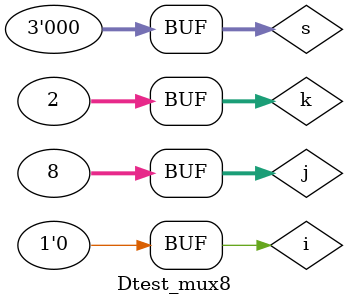
<source format=v>
module Dtest_mux8;
reg i;
reg [2:0]s;
wire [7:0]y;
mux8_1 m(i,s,y);

integer j,k;

initial begin
i=0;
s=0;
for(j=0;j<8;j=j+1)
begin
for(k=0;k<2;k=k+1)
begin
#2 i=i+1;
end
s=s+1;
end
end
endmodule
 
</source>
